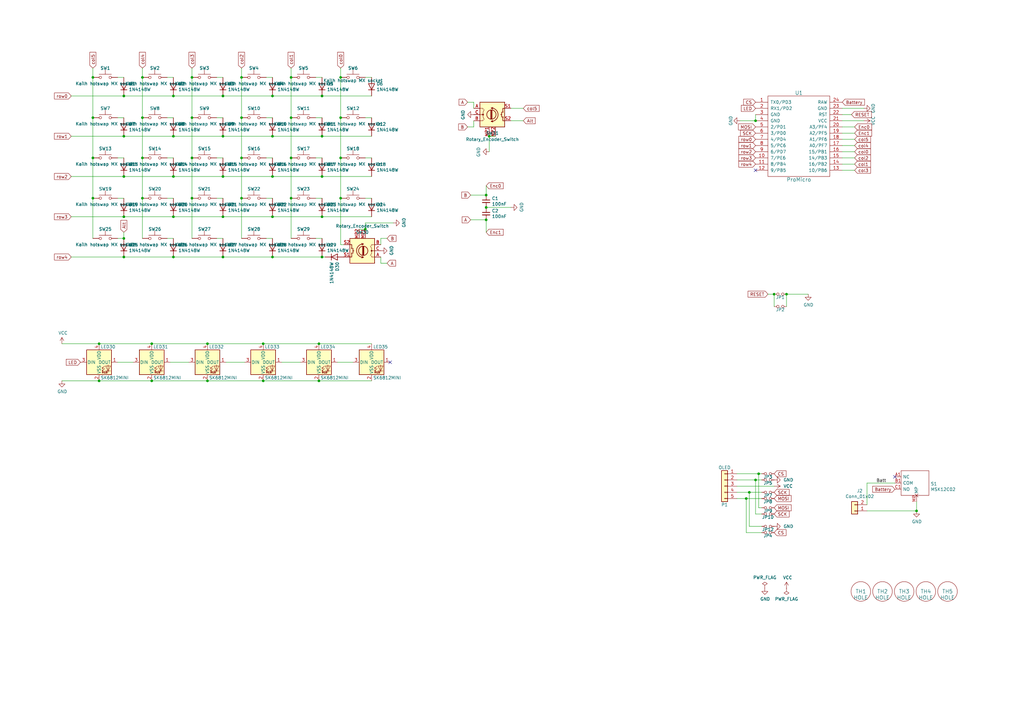
<source format=kicad_sch>
(kicad_sch (version 20211123) (generator eeschema)
  (paper "A3")
  (title_block (title "Lotus 58 Glow") (date "2022-09-14") (rev "v1.24") (company "Markus Knutsson <markus.knutsson@tweety.se>") (comment 1 "https://github.com/TweetyDaBird") (comment 2 "Licensed under CERN-OHL-S v2 or any superseding version"))
  (lib_symbols
    (symbol "Connector_Generic:Conn_01x02" (pin_names (offset 1.016) hide)
      (property "Reference" "J" (at 0 2.54 0))
      (property "Value" "Conn_01x02" (at 0 -5.08 0))
      (symbol "Conn_01x02_1_1"
        (pin passive line (at -5.08 0 0) (length 3.81) (name "Pin_1") (number "1"))
        (pin passive line (at -5.08 -2.54 0) (length 3.81) (name "Pin_2") (number "2"))
      )
    )
    (symbol "Connector_Generic:Conn_01x05" (pin_names (offset 1.016) hide)
      (property "Reference" "J" (at 0 7.62 0))
      (property "Value" "Conn_01x05" (at 0 -7.62 0))
      (symbol "Conn_01x05_1_1"
        (pin passive line (at -5.08 5.08 0) (length 3.81) (name "Pin_1") (number "1"))
        (pin passive line (at -5.08 2.54 0) (length 3.81) (name "Pin_2") (number "2"))
        (pin passive line (at -5.08 0 0) (length 3.81) (name "Pin_3") (number "3"))
        (pin passive line (at -5.08 -2.54 0) (length 3.81) (name "Pin_4") (number "4"))
        (pin passive line (at -5.08 -5.08 0) (length 3.81) (name "Pin_5") (number "5"))
      )
    )
    (symbol "Device:C_Small" (pin_numbers hide) (pin_names (offset 0.254) hide)
      (property "Reference" "C" (at 0.254 1.778 0))
      (property "Value" "C_Small" (at 0.254 -2.032 0))
      (symbol "C_Small_1_1"
        (pin passive line (at 0 2.54 270) (length 2.032) (name "~") (number "1"))
        (pin passive line (at 0 -2.54 90) (length 2.032) (name "~") (number "2"))
      )
    )
    (symbol "Device:D" (pin_numbers hide) (pin_names (offset 1.016) hide)
      (property "Reference" "D" (at 0 2.54 0))
      (property "Value" "D" (at 0 -2.54 0))
      (symbol "D_1_1"
        (pin passive line (at -3.81 0 0) (length 2.54) (name "K") (number "1"))
        (pin passive line (at 3.81 0 180) (length 2.54) (name "A") (number "2"))
      )
    )
    (symbol "Device:Jumper_NO_Small" (pin_numbers hide) (pin_names (offset 0.762) hide)
      (property "Reference" "JP" (at 0 2.032 0))
      (property "Value" "Jumper_NO_Small" (at 0.254 -1.524 0))
      (symbol "Jumper_NO_Small_0_1"
        (pin passive line (at -2.54 0 0) (length 1.016) (name "1") (number "1"))
        (pin passive line (at 2.54 0 180) (length 1.016) (name "2") (number "2"))
      )
    )
    (symbol "Keyboard_Library:MSK12C02" (pin_names (offset 0.762))
      (property "Reference" "S" (at -6.35 7.62 0))
      (property "Value" "MSK12C02" (at -1.27 7.62 0))
      (symbol "MSK12C02_0_0"
        (pin passive line (at -7.62 3.81 0) (length 2.54) (name "NC") (number "A1"))
        (pin passive line (at -7.62 1.27 0) (length 2.54) (name "COM") (number "B1"))
        (pin passive line (at -7.62 -1.27 0) (length 2.54) (name "NO") (number "C1"))
        (pin passive non_logic (at 1.27 -6.35 90) (length 2.54) (name "MP") (number "MP"))
      )
    )
    (symbol "Keyboard_Library:Rotary_Encoder_Switch_GND" (pin_names (offset 0.254) hide)
      (property "Reference" "SW" (at 0 6.604 0))
      (property "Value" "Rotary_Encoder_Switch_GND" (at 0 8.89 0))
      (symbol "Rotary_Encoder_Switch_GND_1_1"
        (pin passive line (at -7.62 2.54 0) (length 2.54) (name "A") (number "A"))
        (pin passive line (at -7.62 -2.54 0) (length 2.54) (name "B") (number "B"))
        (pin passive line (at -7.62 0 0) (length 2.54) (name "C") (number "C"))
        (pin power_in line (at -1.27 -8.89 90) (length 3.7084) (name "GND") (number "MP1"))
        (pin power_in line (at 1.27 -8.89 90) (length 3.7592) (name "GND") (number "MP2"))
        (pin passive line (at 7.62 2.54 180) (length 2.54) (name "S1") (number "S1"))
        (pin passive line (at 7.62 -2.54 180) (length 2.54) (name "S2") (number "S2"))
      )
    )
    (symbol "LED:SK6812MINI" (pin_names (offset 0.254))
      (property "Reference" "D" (at 5.08 5.715 0))
      (property "Value" "SK6812MINI" (at 1.27 -5.715 0))
      (symbol "SK6812MINI_0_0"
        (text "RGB" (at 2.286 -4.191 0) (effects (font (size 0.762 0.762))))
      )
      (symbol "SK6812MINI_1_1"
        (pin output line (at 7.62 0 180) (length 2.54) (name "DOUT") (number "1"))
        (pin power_in line (at 0 -7.62 90) (length 2.54) (name "VSS") (number "2"))
        (pin input line (at -7.62 0 0) (length 2.54) (name "DIN") (number "3"))
        (pin power_in line (at 0 7.62 270) (length 2.54) (name "VDD") (number "4"))
      )
    )
    (symbol "Switch:SW_Push" (pin_numbers hide) (pin_names (offset 1.016) hide)
      (property "Reference" "SW" (at 1.27 2.54 0))
      (property "Value" "SW_Push" (at 0 -1.524 0))
      (symbol "SW_Push_0_1"
        (pin passive line (at -5.08 0 0) (length 2.54) (name "1") (number "1"))
        (pin passive line (at 5.08 0 180) (length 2.54) (name "2") (number "2"))
      )
    )
    (symbol "keebio:Hole" (pin_names (offset 1.016))
      (property "Reference" "H" (at 0 -1.27 0))
      (property "Value" "Hole" (at 0 1.27 0))
    )
    (symbol "keebio:ProMicro" (pin_names (offset 1.016))
      (property "Reference" "U" (at 0 0 0))
      (property "Value" "ProMicro" (at 0 -19.05 0))
      (symbol "ProMicro_1_1"
        (pin input line (at -17.78 13.97 0) (length 5.08) (name "TX0/PD3") (number "1"))
        (pin input line (at -17.78 -8.89 0) (length 5.08) (name "7/PE6") (number "10"))
        (pin input line (at -17.78 -11.43 0) (length 5.08) (name "8/PB4") (number "11"))
        (pin input line (at -17.78 -13.97 0) (length 5.08) (name "9/PB5") (number "12"))
        (pin input line (at 17.78 -13.97 180) (length 5.08) (name "10/PB6") (number "13"))
        (pin input line (at 17.78 -11.43 180) (length 5.08) (name "16/PB2") (number "14"))
        (pin input line (at 17.78 -8.89 180) (length 5.08) (name "14/PB3") (number "15"))
        (pin input line (at 17.78 -6.35 180) (length 5.08) (name "15/PB1") (number "16"))
        (pin input line (at 17.78 -3.81 180) (length 5.08) (name "A0/PF7") (number "17"))
        (pin input line (at 17.78 -1.27 180) (length 5.08) (name "A1/PF6") (number "18"))
        (pin input line (at 17.78 1.27 180) (length 5.08) (name "A2/PF5") (number "19"))
        (pin input line (at -17.78 11.43 0) (length 5.08) (name "RX1/PD2") (number "2"))
        (pin input line (at 17.78 3.81 180) (length 5.08) (name "A3/PF4") (number "20"))
        (pin input line (at 17.78 6.35 180) (length 5.08) (name "VCC") (number "21"))
        (pin input line (at 17.78 8.89 180) (length 5.08) (name "RST") (number "22"))
        (pin input line (at 17.78 11.43 180) (length 5.08) (name "GND") (number "23"))
        (pin input line (at 17.78 13.97 180) (length 5.08) (name "RAW") (number "24"))
        (pin input line (at -17.78 8.89 0) (length 5.08) (name "GND") (number "3"))
        (pin input line (at -17.78 6.35 0) (length 5.08) (name "GND") (number "4"))
        (pin input line (at -17.78 3.81 0) (length 5.08) (name "2/PD1") (number "5"))
        (pin input line (at -17.78 1.27 0) (length 5.08) (name "3/PD0") (number "6"))
        (pin input line (at -17.78 -1.27 0) (length 5.08) (name "4/PD4") (number "7"))
        (pin input line (at -17.78 -3.81 0) (length 5.08) (name "5/PC6") (number "8"))
        (pin input line (at -17.78 -6.35 0) (length 5.08) (name "6/PD7") (number "9"))
      )
    )
    (symbol "power:GND" (power) (pin_names (offset 0))
      (property "Value" "GND" (at 0 -3.81 0))
      (symbol "GND_1_1"
        (pin power_in line (at 0 0 270) (length 0) hide (name "GND") (number "1"))
      )
    )
    (symbol "power:PWR_FLAG" (power) (pin_numbers hide) (pin_names (offset 0) hide)
      (property "Value" "PWR_FLAG" (at 0 3.81 0))
      (symbol "PWR_FLAG_0_0"
        (pin power_out line (at 0 0 90) (length 0) (name "pwr") (number "1"))
      )
    )
    (symbol "power:VCC" (power) (pin_names (offset 0))
      (property "Value" "VCC" (at 0 3.81 0))
      (symbol "VCC_1_1"
        (pin power_in line (at 0 0 90) (length 0) hide (name "VCC") (number "1"))
      )
    )
  )
  (junction (at 119.38 48.26))
  (junction (at 50.8 97.79))
  (junction (at 132.08 88.9))
  (junction (at 85.09 140.97))
  (junction (at 130.81 140.97))
  (junction (at 91.44 105.41))
  (junction (at 139.7 48.26))
  (junction (at 58.42 81.28))
  (junction (at 78.74 81.28))
  (junction (at 199.39 90.17))
  (junction (at 111.76 55.88))
  (junction (at 132.08 55.88))
  (junction (at 85.09 156.21))
  (junction (at 50.8 105.41))
  (junction (at 199.39 85.09))
  (junction (at 111.76 39.37))
  (junction (at 111.76 72.39))
  (junction (at 200.66 55.88))
  (junction (at 119.38 31.75))
  (junction (at 58.42 48.26))
  (junction (at 99.06 31.75))
  (junction (at 71.12 72.39))
  (junction (at 38.1 48.26))
  (junction (at 50.8 39.37))
  (junction (at 58.42 31.75))
  (junction (at 149.86 93.98))
  (junction (at 50.8 72.39))
  (junction (at 139.7 64.77))
  (junction (at 71.12 55.88))
  (junction (at 99.06 81.28))
  (junction (at 71.12 39.37))
  (junction (at 50.8 88.9))
  (junction (at 107.95 156.21))
  (junction (at 58.42 64.77))
  (junction (at 38.1 31.75))
  (junction (at 50.8 55.88))
  (junction (at 111.76 105.41))
  (junction (at 311.15 194.31))
  (junction (at 91.44 55.88))
  (junction (at 317.5 120.65))
  (junction (at 38.1 64.77))
  (junction (at 375.92 209.55))
  (junction (at 71.12 105.41))
  (junction (at 78.74 64.77))
  (junction (at 111.76 88.9))
  (junction (at 199.39 80.01))
  (junction (at 306.07 204.47))
  (junction (at 91.44 39.37))
  (junction (at 132.08 72.39))
  (junction (at 132.08 39.37))
  (junction (at 119.38 64.77))
  (junction (at 132.08 105.41))
  (junction (at 322.58 120.65))
  (junction (at 309.88 49.53))
  (junction (at 78.74 31.75))
  (junction (at 99.06 64.77))
  (junction (at 78.74 48.26))
  (junction (at 99.06 48.26))
  (junction (at 307.34 201.93))
  (junction (at 91.44 72.39))
  (junction (at 40.64 140.97))
  (junction (at 130.81 156.21))
  (junction (at 139.7 31.75))
  (junction (at 91.44 88.9))
  (junction (at 309.88 196.85))
  (junction (at 139.7 81.28))
  (junction (at 62.23 156.21))
  (junction (at 107.95 140.97))
  (junction (at 62.23 140.97))
  (junction (at 38.1 81.28))
  (junction (at 71.12 88.9))
  (junction (at 119.38 81.28))
  (junction (at 40.64 156.21))
  (no_connect (at 160.02 148.59))
  (no_connect (at 367.03 195.58))
  (no_connect (at 309.88 69.85))
  (wire (pts (xy 107.95 156.21) (xy 130.81 156.21)))
  (wire (pts (xy 345.44 59.69) (xy 350.52 59.69)))
  (wire (pts (xy 302.26 194.31) (xy 311.15 194.31)))
  (wire (pts (xy 25.4 156.21) (xy 40.64 156.21)))
  (wire (pts (xy 132.08 48.26) (xy 129.54 48.26)))
  (wire (pts (xy 199.39 80.01) (xy 199.39 76.2)))
  (wire (pts (xy 109.22 31.75) (xy 111.76 31.75)))
  (wire (pts (xy 307.34 201.93) (xy 312.42 201.93)))
  (wire (pts (xy 68.58 64.77) (xy 71.12 64.77)))
  (wire (pts (xy 209.55 49.53) (xy 214.63 49.53)))
  (wire (pts (xy 130.81 140.97) (xy 152.4 140.97)))
  (wire (pts (xy 29.21 105.41) (xy 50.8 105.41)))
  (wire (pts (xy 68.58 31.75) (xy 71.12 31.75)))
  (wire (pts (xy 367.03 198.12) (xy 355.6 198.12)))
  (wire (pts (xy 50.8 81.28) (xy 48.26 81.28)))
  (wire (pts (xy 193.04 80.01) (xy 199.39 80.01)))
  (wire (pts (xy 91.44 97.79) (xy 88.9 97.79)))
  (wire (pts (xy 25.4 140.97) (xy 40.64 140.97)))
  (wire (pts (xy 132.08 55.88) (xy 152.4 55.88)))
  (wire (pts (xy 309.88 196.85) (xy 312.42 196.85)))
  (wire (pts (xy 78.74 48.26) (xy 78.74 64.77)))
  (wire (pts (xy 38.1 27.94) (xy 38.1 31.75)))
  (wire (pts (xy 88.9 31.75) (xy 91.44 31.75)))
  (wire (pts (xy 132.08 105.41) (xy 133.35 105.41)))
  (wire (pts (xy 99.06 31.75) (xy 99.06 48.26)))
  (wire (pts (xy 99.06 27.94) (xy 99.06 31.75)))
  (wire (pts (xy 355.6 198.12) (xy 355.6 207.01)))
  (wire (pts (xy 78.74 64.77) (xy 78.74 81.28)))
  (wire (pts (xy 29.21 55.88) (xy 50.8 55.88)))
  (wire (pts (xy 50.8 55.88) (xy 71.12 55.88)))
  (wire (pts (xy 48.26 64.77) (xy 50.8 64.77)))
  (wire (pts (xy 78.74 31.75) (xy 78.74 48.26)))
  (wire (pts (xy 309.88 49.53) (xy 303.53 49.53)))
  (wire (pts (xy 115.57 148.59) (xy 123.19 148.59)))
  (wire (pts (xy 306.07 218.44) (xy 306.07 204.47)))
  (wire (pts (xy 302.26 199.39) (xy 317.5 199.39)))
  (wire (pts (xy 71.12 105.41) (xy 91.44 105.41)))
  (wire (pts (xy 345.44 52.07) (xy 350.52 52.07)))
  (wire (pts (xy 111.76 64.77) (xy 109.22 64.77)))
  (wire (pts (xy 50.8 95.25) (xy 50.8 97.79)))
  (wire (pts (xy 307.34 215.9) (xy 307.34 201.93)))
  (wire (pts (xy 149.86 64.77) (xy 152.4 64.77)))
  (wire (pts (xy 78.74 81.28) (xy 78.74 97.79)))
  (wire (pts (xy 158.75 107.95) (xy 156.21 107.95)))
  (wire (pts (xy 200.66 62.23) (xy 200.66 55.88)))
  (wire (pts (xy 309.88 196.85) (xy 309.88 210.82)))
  (wire (pts (xy 312.42 218.44) (xy 306.07 218.44)))
  (wire (pts (xy 71.12 72.39) (xy 91.44 72.39)))
  (wire (pts (xy 50.8 88.9) (xy 71.12 88.9)))
  (wire (pts (xy 309.88 46.99) (xy 309.88 49.53)))
  (wire (pts (xy 99.06 64.77) (xy 99.06 81.28)))
  (wire (pts (xy 156.21 107.95) (xy 156.21 105.41)))
  (wire (pts (xy 199.39 95.25) (xy 199.39 90.17)))
  (wire (pts (xy 209.55 44.45) (xy 214.63 44.45)))
  (wire (pts (xy 130.81 156.21) (xy 152.4 156.21)))
  (wire (pts (xy 119.38 81.28) (xy 119.38 97.79)))
  (wire (pts (xy 85.09 156.21) (xy 107.95 156.21)))
  (wire (pts (xy 191.77 52.07) (xy 194.31 52.07)))
  (wire (pts (xy 161.29 91.44) (xy 149.86 91.44)))
  (wire (pts (xy 78.74 27.94) (xy 78.74 31.75)))
  (wire (pts (xy 345.44 49.53) (xy 354.33 49.53)))
  (wire (pts (xy 71.12 55.88) (xy 91.44 55.88)))
  (wire (pts (xy 119.38 31.75) (xy 119.38 48.26)))
  (wire (pts (xy 99.06 48.26) (xy 99.06 64.77)))
  (wire (pts (xy 85.09 140.97) (xy 107.95 140.97)))
  (wire (pts (xy 92.71 148.59) (xy 100.33 148.59)))
  (wire (pts (xy 149.86 81.28) (xy 152.4 81.28)))
  (wire (pts (xy 62.23 156.21) (xy 85.09 156.21)))
  (wire (pts (xy 139.7 31.75) (xy 139.7 48.26)))
  (wire (pts (xy 69.85 148.59) (xy 77.47 148.59)))
  (wire (pts (xy 345.44 54.61) (xy 350.52 54.61)))
  (wire (pts (xy 109.22 81.28) (xy 111.76 81.28)))
  (wire (pts (xy 119.38 48.26) (xy 119.38 64.77)))
  (wire (pts (xy 71.12 48.26) (xy 68.58 48.26)))
  (wire (pts (xy 345.44 44.45) (xy 354.33 44.45)))
  (wire (pts (xy 91.44 88.9) (xy 111.76 88.9)))
  (wire (pts (xy 317.5 120.65) (xy 317.5 125.73)))
  (wire (pts (xy 119.38 64.77) (xy 119.38 81.28)))
  (wire (pts (xy 58.42 27.94) (xy 58.42 31.75)))
  (wire (pts (xy 200.66 55.88) (xy 203.2 55.88)))
  (wire (pts (xy 99.06 81.28) (xy 99.06 97.79)))
  (wire (pts (xy 147.32 93.98) (xy 149.86 93.98)))
  (wire (pts (xy 307.34 201.93) (xy 302.26 201.93)))
  (wire (pts (xy 306.07 204.47) (xy 302.26 204.47)))
  (wire (pts (xy 48.26 148.59) (xy 54.61 148.59)))
  (wire (pts (xy 29.21 88.9) (xy 50.8 88.9)))
  (wire (pts (xy 132.08 97.79) (xy 129.54 97.79)))
  (wire (pts (xy 88.9 48.26) (xy 91.44 48.26)))
  (wire (pts (xy 111.76 97.79) (xy 109.22 97.79)))
  (wire (pts (xy 149.86 31.75) (xy 152.4 31.75)))
  (wire (pts (xy 311.15 194.31) (xy 311.15 208.28)))
  (wire (pts (xy 345.44 62.23) (xy 350.52 62.23)))
  (wire (pts (xy 107.95 140.97) (xy 130.81 140.97)))
  (wire (pts (xy 191.77 41.91) (xy 194.31 41.91)))
  (wire (pts (xy 193.04 90.17) (xy 199.39 90.17)))
  (wire (pts (xy 199.39 85.09) (xy 209.55 85.09)))
  (wire (pts (xy 345.44 67.31) (xy 350.52 67.31)))
  (wire (pts (xy 314.96 120.65) (xy 317.5 120.65)))
  (wire (pts (xy 194.31 52.07) (xy 194.31 49.53)))
  (wire (pts (xy 50.8 105.41) (xy 71.12 105.41)))
  (wire (pts (xy 132.08 31.75) (xy 129.54 31.75)))
  (wire (pts (xy 306.07 204.47) (xy 312.42 204.47)))
  (wire (pts (xy 91.44 81.28) (xy 88.9 81.28)))
  (wire (pts (xy 111.76 55.88) (xy 132.08 55.88)))
  (wire (pts (xy 375.92 209.55) (xy 375.92 205.74)))
  (wire (pts (xy 132.08 72.39) (xy 152.4 72.39)))
  (wire (pts (xy 345.44 69.85) (xy 350.52 69.85)))
  (wire (pts (xy 29.21 39.37) (xy 50.8 39.37)))
  (wire (pts (xy 149.86 91.44) (xy 149.86 93.98)))
  (wire (pts (xy 139.7 64.77) (xy 139.7 81.28)))
  (wire (pts (xy 322.58 120.65) (xy 322.58 125.73)))
  (wire (pts (xy 152.4 48.26) (xy 149.86 48.26)))
  (wire (pts (xy 91.44 105.41) (xy 111.76 105.41)))
  (wire (pts (xy 111.76 72.39) (xy 132.08 72.39)))
  (wire (pts (xy 345.44 46.99) (xy 349.25 46.99)))
  (wire (pts (xy 62.23 140.97) (xy 85.09 140.97)))
  (wire (pts (xy 91.44 72.39) (xy 111.76 72.39)))
  (wire (pts (xy 91.44 39.37) (xy 111.76 39.37)))
  (wire (pts (xy 58.42 81.28) (xy 58.42 97.79)))
  (wire (pts (xy 158.75 97.79) (xy 156.21 97.79)))
  (wire (pts (xy 331.47 120.65) (xy 322.58 120.65)))
  (wire (pts (xy 71.12 39.37) (xy 91.44 39.37)))
  (wire (pts (xy 38.1 48.26) (xy 38.1 64.77)))
  (wire (pts (xy 38.1 81.28) (xy 38.1 97.79)))
  (wire (pts (xy 119.38 27.94) (xy 119.38 31.75)))
  (wire (pts (xy 139.7 48.26) (xy 139.7 64.77)))
  (wire (pts (xy 139.7 27.94) (xy 139.7 31.75)))
  (wire (pts (xy 139.7 81.28) (xy 139.7 100.33)))
  (wire (pts (xy 132.08 39.37) (xy 152.4 39.37)))
  (wire (pts (xy 50.8 39.37) (xy 71.12 39.37)))
  (wire (pts (xy 132.08 88.9) (xy 152.4 88.9)))
  (wire (pts (xy 71.12 88.9) (xy 91.44 88.9)))
  (wire (pts (xy 71.12 81.28) (xy 68.58 81.28)))
  (wire (pts (xy 40.64 156.21) (xy 62.23 156.21)))
  (wire (pts (xy 307.34 215.9) (xy 312.42 215.9)))
  (wire (pts (xy 58.42 64.77) (xy 58.42 81.28)))
  (wire (pts (xy 156.21 97.79) (xy 156.21 100.33)))
  (wire (pts (xy 132.08 64.77) (xy 129.54 64.77)))
  (wire (pts (xy 139.7 100.33) (xy 140.97 100.33)))
  (wire (pts (xy 71.12 97.79) (xy 68.58 97.79)))
  (wire (pts (xy 50.8 48.26) (xy 48.26 48.26)))
  (wire (pts (xy 345.44 64.77) (xy 350.52 64.77)))
  (wire (pts (xy 312.42 208.28) (xy 311.15 208.28)))
  (wire (pts (xy 111.76 48.26) (xy 109.22 48.26)))
  (wire (pts (xy 88.9 64.77) (xy 91.44 64.77)))
  (wire (pts (xy 138.43 148.59) (xy 144.78 148.59)))
  (wire (pts (xy 50.8 31.75) (xy 48.26 31.75)))
  (wire (pts (xy 111.76 105.41) (xy 132.08 105.41)))
  (wire (pts (xy 50.8 72.39) (xy 71.12 72.39)))
  (wire (pts (xy 132.08 81.28) (xy 129.54 81.28)))
  (wire (pts (xy 111.76 88.9) (xy 132.08 88.9)))
  (wire (pts (xy 302.26 196.85) (xy 309.88 196.85)))
  (wire (pts (xy 58.42 31.75) (xy 58.42 48.26)))
  (wire (pts (xy 29.21 72.39) (xy 50.8 72.39)))
  (wire (pts (xy 355.6 209.55) (xy 375.92 209.55)))
  (wire (pts (xy 91.44 55.88) (xy 111.76 55.88)))
  (wire (pts (xy 194.31 41.91) (xy 194.31 44.45)))
  (wire (pts (xy 309.88 210.82) (xy 312.42 210.82)))
  (wire (pts (xy 345.44 57.15) (xy 350.52 57.15)))
  (wire (pts (xy 40.64 140.97) (xy 62.23 140.97)))
  (wire (pts (xy 48.26 97.79) (xy 50.8 97.79)))
  (wire (pts (xy 38.1 31.75) (xy 38.1 48.26)))
  (wire (pts (xy 111.76 39.37) (xy 132.08 39.37)))
  (wire (pts (xy 58.42 48.26) (xy 58.42 64.77)))
  (wire (pts (xy 38.1 64.77) (xy 38.1 81.28)))
  (wire (pts (xy 311.15 194.31) (xy 312.42 194.31)))
  (label "Batt" (at 359.41 198.12 0))
  (global_label "A" (shape input) (at 193.04 90.17 180) (property "Intersheet References" "${INTERSHEET_REFS}" (effects hide)))
  (global_label "Alt" (shape input) (at 50.8 95.25 90) (property "Intersheet References" "${INTERSHEET_REFS}" (effects hide)))
  (global_label "col2" (shape input) (at 350.52 64.77 0) (property "Intersheet References" "${INTERSHEET_REFS}" (effects hide)))
  (global_label "CS" (shape input) (at 309.88 41.91 180) (property "Intersheet References" "${INTERSHEET_REFS}" (effects hide)))
  (global_label "RESET" (shape input) (at 314.96 120.65 180) (property "Intersheet References" "${INTERSHEET_REFS}" (effects hide)))
  (global_label "row2" (shape input) (at 309.88 62.23 180) (property "Intersheet References" "${INTERSHEET_REFS}" (effects hide)))
  (global_label "RESET" (shape input) (at 349.25 46.99 0) (property "Intersheet References" "${INTERSHEET_REFS}" (effects hide)))
  (global_label "col4" (shape input) (at 58.42 27.94 90) (property "Intersheet References" "${INTERSHEET_REFS}" (effects hide)))
  (global_label "row1" (shape input) (at 309.88 59.69 180) (property "Intersheet References" "${INTERSHEET_REFS}" (effects hide)))
  (global_label "Battery" (shape input) (at 345.44 41.91 0) (property "Intersheet References" "${INTERSHEET_REFS}" (effects hide)))
  (global_label "LED" (shape input) (at 33.02 148.59 180) (property "Intersheet References" "${INTERSHEET_REFS}" (effects hide)))
  (global_label "Enc1" (shape input) (at 199.39 95.25 0) (property "Intersheet References" "${INTERSHEET_REFS}" (effects hide)))
  (global_label "row3" (shape input) (at 29.21 88.9 180) (property "Intersheet References" "${INTERSHEET_REFS}" (effects hide)))
  (global_label "MOSI" (shape input) (at 317.5 208.28 0) (property "Intersheet References" "${INTERSHEET_REFS}" (effects hide)))
  (global_label "row3" (shape input) (at 309.88 64.77 180) (property "Intersheet References" "${INTERSHEET_REFS}" (effects hide)))
  (global_label "SCK" (shape input) (at 309.88 54.61 180) (property "Intersheet References" "${INTERSHEET_REFS}" (effects hide)))
  (global_label "MOSI" (shape input) (at 317.5 204.47 0) (property "Intersheet References" "${INTERSHEET_REFS}" (effects hide)))
  (global_label "Enc0" (shape input) (at 350.52 52.07 0) (property "Intersheet References" "${INTERSHEET_REFS}" (effects hide)))
  (global_label "col4" (shape input) (at 350.52 59.69 0) (property "Intersheet References" "${INTERSHEET_REFS}" (effects hide)))
  (global_label "row1" (shape input) (at 29.21 55.88 180) (property "Intersheet References" "${INTERSHEET_REFS}" (effects hide)))
  (global_label "SCK" (shape input) (at 317.5 210.82 0) (property "Intersheet References" "${INTERSHEET_REFS}" (effects hide)))
  (global_label "row2" (shape input) (at 29.21 72.39 180) (property "Intersheet References" "${INTERSHEET_REFS}" (effects hide)))
  (global_label "A" (shape input) (at 191.77 41.91 180) (property "Intersheet References" "${INTERSHEET_REFS}" (effects hide)))
  (global_label "col5" (shape input) (at 214.63 44.45 0) (property "Intersheet References" "${INTERSHEET_REFS}" (effects hide)))
  (global_label "col5" (shape input) (at 38.1 27.94 90) (property "Intersheet References" "${INTERSHEET_REFS}" (effects hide)))
  (global_label "col0" (shape input) (at 350.52 62.23 0) (property "Intersheet References" "${INTERSHEET_REFS}" (effects hide)))
  (global_label "col3" (shape input) (at 78.74 27.94 90) (property "Intersheet References" "${INTERSHEET_REFS}" (effects hide)))
  (global_label "Battery" (shape input) (at 367.03 200.66 180) (property "Intersheet References" "${INTERSHEET_REFS}" (effects hide)))
  (global_label "LED" (shape input) (at 309.88 44.45 180) (property "Intersheet References" "${INTERSHEET_REFS}" (effects hide)))
  (global_label "SCK" (shape input) (at 317.5 201.93 0) (property "Intersheet References" "${INTERSHEET_REFS}" (effects hide)))
  (global_label "A" (shape input) (at 158.75 107.95 0) (property "Intersheet References" "${INTERSHEET_REFS}" (effects hide)))
  (global_label "row0" (shape input) (at 29.21 39.37 180) (property "Intersheet References" "${INTERSHEET_REFS}" (effects hide)))
  (global_label "MOSI" (shape input) (at 309.88 52.07 180) (property "Intersheet References" "${INTERSHEET_REFS}" (effects hide)))
  (global_label "CS" (shape input) (at 317.5 194.31 0) (property "Intersheet References" "${INTERSHEET_REFS}" (effects hide)))
  (global_label "Alt" (shape input) (at 214.63 49.53 0) (property "Intersheet References" "${INTERSHEET_REFS}" (effects hide)))
  (global_label "B" (shape input) (at 193.04 80.01 180) (property "Intersheet References" "${INTERSHEET_REFS}" (effects hide)))
  (global_label "col5" (shape input) (at 350.52 57.15 0) (property "Intersheet References" "${INTERSHEET_REFS}" (effects hide)))
  (global_label "Enc0" (shape input) (at 199.39 76.2 0) (property "Intersheet References" "${INTERSHEET_REFS}" (effects hide)))
  (global_label "row4" (shape input) (at 29.21 105.41 180) (property "Intersheet References" "${INTERSHEET_REFS}" (effects hide)))
  (global_label "row0" (shape input) (at 309.88 57.15 180) (property "Intersheet References" "${INTERSHEET_REFS}" (effects hide)))
  (global_label "B" (shape input) (at 191.77 52.07 180) (property "Intersheet References" "${INTERSHEET_REFS}" (effects hide)))
  (global_label "B" (shape input) (at 158.75 97.79 0) (property "Intersheet References" "${INTERSHEET_REFS}" (effects hide)))
  (global_label "col1" (shape input) (at 350.52 67.31 0) (property "Intersheet References" "${INTERSHEET_REFS}" (effects hide)))
  (global_label "col1" (shape input) (at 119.38 27.94 90) (property "Intersheet References" "${INTERSHEET_REFS}" (effects hide)))
  (global_label "col0" (shape input) (at 139.7 27.94 90) (property "Intersheet References" "${INTERSHEET_REFS}" (effects hide)))
  (global_label "col2" (shape input) (at 99.06 27.94 90) (property "Intersheet References" "${INTERSHEET_REFS}" (effects hide)))
  (global_label "CS" (shape input) (at 317.5 218.44 0) (property "Intersheet References" "${INTERSHEET_REFS}" (effects hide)))
  (global_label "row4" (shape input) (at 309.88 67.31 180) (property "Intersheet References" "${INTERSHEET_REFS}" (effects hide)))
  (global_label "Enc1" (shape input) (at 350.52 54.61 0) (property "Intersheet References" "${INTERSHEET_REFS}" (effects hide)))
  (global_label "col3" (shape input) (at 350.52 69.85 0) (property "Intersheet References" "${INTERSHEET_REFS}" (effects hide)))
  (symbol (lib_id "keebio:ProMicro") (at 327.66 55.88 0) (unit 1)
    (property "Reference" "U1" (at 327.66 38.1 0) (effects (font (size 1.524 1.524))))
    (property "Value" "ProMicro" (at 327.66 73.66 0) (effects (font (size 1.524 1.524))))
    (property "Footprint" "Keyboard Library:ProMicro_Reversible" (effects hide))
  )
  (symbol (lib_id "Switch:SW_Push") (at 43.18 97.79 0) (unit 1)
    (property "Reference" "SW25" (at 43.18 93.98 0))
    (property "Value" "Kailh hotswap MX socket" (at 43.18 100.33 0))
    (property "Footprint" "keyswitches:Kailh_socket_MX_reversible_RGB" (effects hide))
  )
  (symbol (lib_id "Switch:SW_Push") (at 63.5 97.79 0) (unit 1)
    (property "Reference" "SW26" (at 63.5 93.98 0))
    (property "Value" "Kailh hotswap MX socket" (at 63.5 100.33 0))
    (property "Footprint" "keyswitches:Kailh_socket_MX_reversible_RGB" (effects hide))
  )
  (symbol (lib_id "Switch:SW_Push") (at 43.18 31.75 0) (unit 1)
    (property "Reference" "SW1" (at 43.18 27.94 0))
    (property "Value" "Kailh hotswap MX socket" (at 43.18 34.29 0))
    (property "Footprint" "keyswitches:Kailh_socket_MX_reversible_RGB" (effects hide))
  )
  (symbol (lib_id "Device:D") (at 50.8 35.56 90) (unit 1)
    (property "Reference" "D1" (at 52.8066 34.3916 90) (effects (justify right)))
    (property "Value" "1N4148W" (at 52.8066 36.703 90) (effects (justify right)))
    (property "Footprint" "Diode_SMD:D_SOD-123" (effects hide))
  )
  (symbol (lib_id "Switch:SW_Push") (at 63.5 31.75 0) (unit 1)
    (property "Reference" "SW2" (at 63.5 27.94 0))
    (property "Value" "Kailh hotswap MX socket" (at 63.5 34.29 0))
    (property "Footprint" "keyswitches:Kailh_socket_MX_reversible_RGB" (effects hide))
  )
  (symbol (lib_id "Device:D") (at 71.12 35.56 90) (unit 1)
    (property "Reference" "D2" (at 73.1266 34.3916 90) (effects (justify right)))
    (property "Value" "1N4148W" (at 73.1266 36.703 90) (effects (justify right)))
    (property "Footprint" "Diode_SMD:D_SOD-123" (effects hide))
  )
  (symbol (lib_id "Switch:SW_Push") (at 83.82 31.75 0) (unit 1)
    (property "Reference" "SW3" (at 83.82 27.94 0))
    (property "Value" "Kailh hotswap MX socket" (at 83.82 34.29 0))
    (property "Footprint" "keyswitches:Kailh_socket_MX_reversible_RGB" (effects hide))
  )
  (symbol (lib_id "Device:D") (at 91.44 35.56 90) (unit 1)
    (property "Reference" "D3" (at 93.4466 34.3916 90) (effects (justify right)))
    (property "Value" "1N4148W" (at 93.4466 36.703 90) (effects (justify right)))
    (property "Footprint" "Diode_SMD:D_SOD-123" (effects hide))
  )
  (symbol (lib_id "Switch:SW_Push") (at 104.14 31.75 0) (unit 1)
    (property "Reference" "SW4" (at 104.14 27.94 0))
    (property "Value" "Kailh hotswap MX socket" (at 104.14 34.29 0))
    (property "Footprint" "keyswitches:Kailh_socket_MX_reversible_RGB" (effects hide))
  )
  (symbol (lib_id "Device:D") (at 111.76 35.56 90) (unit 1)
    (property "Reference" "D4" (at 113.7666 34.3916 90) (effects (justify right)))
    (property "Value" "1N4148W" (at 113.7666 36.703 90) (effects (justify right)))
    (property "Footprint" "Diode_SMD:D_SOD-123" (effects hide))
  )
  (symbol (lib_id "Switch:SW_Push") (at 124.46 31.75 0) (unit 1)
    (property "Reference" "SW5" (at 124.46 27.94 0))
    (property "Value" "Kailh hotswap MX socket" (at 124.46 34.29 0))
    (property "Footprint" "keyswitches:Kailh_socket_MX_reversible_RGB" (effects hide))
  )
  (symbol (lib_id "Device:D") (at 132.08 35.56 90) (unit 1)
    (property "Reference" "D5" (at 134.0866 34.3916 90) (effects (justify right)))
    (property "Value" "1N4148W" (at 134.0866 36.703 90) (effects (justify right)))
    (property "Footprint" "Diode_SMD:D_SOD-123" (effects hide))
  )
  (symbol (lib_id "Switch:SW_Push") (at 144.78 31.75 0) (unit 1)
    (property "Reference" "SW6" (at 144.78 27.94 0))
    (property "Value" "Kailh hotswap MX socket" (at 144.78 33.02 0))
    (property "Footprint" "keyswitches:Kailh_socket_MX_reversible_RGB" (effects hide))
  )
  (symbol (lib_id "Device:D") (at 152.4 35.56 90) (unit 1)
    (property "Reference" "D6" (at 154.4066 34.3916 90) (effects (justify right)))
    (property "Value" "1N4148W" (at 154.4066 36.703 90) (effects (justify right)))
    (property "Footprint" "Diode_SMD:D_SOD-123" (effects hide))
  )
  (symbol (lib_id "Switch:SW_Push") (at 63.5 48.26 0) (unit 1)
    (property "Reference" "SW8" (at 63.5 44.45 0))
    (property "Value" "Kailh hotswap MX socket" (at 63.5 50.8 0))
    (property "Footprint" "keyswitches:Kailh_socket_MX_reversible_RGB" (effects hide))
  )
  (symbol (lib_id "Switch:SW_Push") (at 83.82 48.26 0) (unit 1)
    (property "Reference" "SW9" (at 83.82 44.45 0))
    (property "Value" "Kailh hotswap MX socket" (at 83.82 50.8 0))
    (property "Footprint" "keyswitches:Kailh_socket_MX_reversible_RGB" (effects hide))
  )
  (symbol (lib_id "Switch:SW_Push") (at 104.14 48.26 0) (unit 1)
    (property "Reference" "SW10" (at 104.14 44.45 0))
    (property "Value" "Kailh hotswap MX socket" (at 104.14 50.8 0))
    (property "Footprint" "keyswitches:Kailh_socket_MX_reversible_RGB" (effects hide))
  )
  (symbol (lib_id "Switch:SW_Push") (at 124.46 48.26 0) (unit 1)
    (property "Reference" "SW11" (at 124.46 44.45 0))
    (property "Value" "Kailh hotswap MX socket" (at 124.46 50.8 0))
    (property "Footprint" "keyswitches:Kailh_socket_MX_reversible_RGB" (effects hide))
  )
  (symbol (lib_id "Switch:SW_Push") (at 144.78 48.26 0) (unit 1)
    (property "Reference" "SW12" (at 144.78 44.45 0))
    (property "Value" "Kailh hotswap MX socket" (at 144.78 50.8 0))
    (property "Footprint" "keyswitches:Kailh_socket_MX_reversible_RGB" (effects hide))
  )
  (symbol (lib_id "Switch:SW_Push") (at 43.18 48.26 0) (unit 1)
    (property "Reference" "SW7" (at 43.18 44.45 0))
    (property "Value" "Kailh hotswap MX socket" (at 43.18 50.8 0))
    (property "Footprint" "keyswitches:Kailh_socket_MX_reversible_RGB" (effects hide))
  )
  (symbol (lib_id "Device:D") (at 50.8 52.07 90) (unit 1)
    (property "Reference" "D7" (at 52.8066 50.9016 90) (effects (justify right)))
    (property "Value" "1N4148W" (at 52.8066 53.213 90) (effects (justify right)))
    (property "Footprint" "Diode_SMD:D_SOD-123" (effects hide))
  )
  (symbol (lib_id "Device:D") (at 71.12 52.07 90) (unit 1)
    (property "Reference" "D8" (at 73.1266 50.9016 90) (effects (justify right)))
    (property "Value" "1N4148W" (at 73.1266 53.213 90) (effects (justify right)))
    (property "Footprint" "Diode_SMD:D_SOD-123" (effects hide))
  )
  (symbol (lib_id "Device:D") (at 91.44 52.07 90) (unit 1)
    (property "Reference" "D9" (at 93.4466 50.9016 90) (effects (justify right)))
    (property "Value" "1N4148W" (at 93.4466 53.213 90) (effects (justify right)))
    (property "Footprint" "Diode_SMD:D_SOD-123" (effects hide))
  )
  (symbol (lib_id "Device:D") (at 111.76 52.07 90) (unit 1)
    (property "Reference" "D10" (at 113.7666 50.9016 90) (effects (justify right)))
    (property "Value" "1N4148W" (at 113.7666 53.213 90) (effects (justify right)))
    (property "Footprint" "Diode_SMD:D_SOD-123" (effects hide))
  )
  (symbol (lib_id "Device:D") (at 132.08 52.07 90) (unit 1)
    (property "Reference" "D11" (at 134.0866 50.9016 90) (effects (justify right)))
    (property "Value" "1N4148W" (at 134.0866 53.213 90) (effects (justify right)))
    (property "Footprint" "Diode_SMD:D_SOD-123" (effects hide))
  )
  (symbol (lib_id "Device:D") (at 152.4 52.07 90) (unit 1)
    (property "Reference" "D12" (at 154.4066 50.9016 90) (effects (justify right)))
    (property "Value" "1N4148W" (at 154.4066 53.213 90) (effects (justify right)))
    (property "Footprint" "Diode_SMD:D_SOD-123" (effects hide))
  )
  (symbol (lib_id "Switch:SW_Push") (at 43.18 64.77 0) (unit 1)
    (property "Reference" "SW13" (at 43.18 60.96 0))
    (property "Value" "Kailh hotswap MX socket" (at 43.18 67.31 0))
    (property "Footprint" "keyswitches:Kailh_socket_MX_reversible_RGB" (effects hide))
  )
  (symbol (lib_id "Switch:SW_Push") (at 63.5 64.77 0) (unit 1)
    (property "Reference" "SW14" (at 63.5 60.96 0))
    (property "Value" "Kailh hotswap MX socket" (at 63.5 67.31 0))
    (property "Footprint" "keyswitches:Kailh_socket_MX_reversible_RGB" (effects hide))
  )
  (symbol (lib_id "Switch:SW_Push") (at 83.82 64.77 0) (unit 1)
    (property "Reference" "SW15" (at 83.82 60.96 0))
    (property "Value" "Kailh hotswap MX socket" (at 83.82 67.31 0))
    (property "Footprint" "keyswitches:Kailh_socket_MX_reversible_RGB" (effects hide))
  )
  (symbol (lib_id "Switch:SW_Push") (at 104.14 64.77 0) (unit 1)
    (property "Reference" "SW16" (at 104.14 60.96 0))
    (property "Value" "Kailh hotswap MX socket" (at 104.14 67.31 0))
    (property "Footprint" "keyswitches:Kailh_socket_MX_reversible_RGB" (effects hide))
  )
  (symbol (lib_id "Switch:SW_Push") (at 124.46 64.77 0) (unit 1)
    (property "Reference" "SW17" (at 124.46 60.96 0))
    (property "Value" "Kailh hotswap MX socket" (at 124.46 67.31 0))
    (property "Footprint" "keyswitches:Kailh_socket_MX_reversible_RGB" (effects hide))
  )
  (symbol (lib_id "Switch:SW_Push") (at 144.78 64.77 0) (unit 1)
    (property "Reference" "SW18" (at 144.78 60.96 0))
    (property "Value" "Kailh hotswap MX socket" (at 144.78 67.31 0))
    (property "Footprint" "keyswitches:Kailh_socket_MX_reversible_RGB" (effects hide))
  )
  (symbol (lib_id "Device:D") (at 50.8 68.58 90) (unit 1)
    (property "Reference" "D13" (at 52.8066 67.4116 90) (effects (justify right)))
    (property "Value" "1N4148W" (at 52.8066 69.723 90) (effects (justify right)))
    (property "Footprint" "Diode_SMD:D_SOD-123" (effects hide))
  )
  (symbol (lib_id "Device:D") (at 71.12 68.58 90) (unit 1)
    (property "Reference" "D14" (at 73.1266 67.4116 90) (effects (justify right)))
    (property "Value" "1N4148W" (at 73.1266 69.723 90) (effects (justify right)))
    (property "Footprint" "Diode_SMD:D_SOD-123" (effects hide))
  )
  (symbol (lib_id "Device:D") (at 91.44 68.58 90) (unit 1)
    (property "Reference" "D15" (at 93.4466 67.4116 90) (effects (justify right)))
    (property "Value" "1N4148W" (at 93.4466 69.723 90) (effects (justify right)))
    (property "Footprint" "Diode_SMD:D_SOD-123" (effects hide))
  )
  (symbol (lib_id "Device:D") (at 111.76 68.58 90) (unit 1)
    (property "Reference" "D16" (at 113.7666 67.4116 90) (effects (justify right)))
    (property "Value" "1N4148W" (at 113.7666 69.723 90) (effects (justify right)))
    (property "Footprint" "Diode_SMD:D_SOD-123" (effects hide))
  )
  (symbol (lib_id "Device:D") (at 132.08 68.58 90) (unit 1)
    (property "Reference" "D17" (at 134.0866 67.4116 90) (effects (justify right)))
    (property "Value" "1N4148W" (at 134.0866 69.723 90) (effects (justify right)))
    (property "Footprint" "Diode_SMD:D_SOD-123" (effects hide))
  )
  (symbol (lib_id "Device:D") (at 152.4 68.58 90) (unit 1)
    (property "Reference" "D18" (at 154.4066 67.4116 90) (effects (justify right)))
    (property "Value" "1N4148W" (at 154.4066 69.723 90) (effects (justify right)))
    (property "Footprint" "Diode_SMD:D_SOD-123" (effects hide))
  )
  (symbol (lib_id "Switch:SW_Push") (at 83.82 81.28 0) (unit 1)
    (property "Reference" "SW21" (at 83.82 77.47 0))
    (property "Value" "Kailh hotswap MX socket" (at 83.82 83.82 0))
    (property "Footprint" "keyswitches:Kailh_socket_MX_reversible_RGB" (effects hide))
  )
  (symbol (lib_id "Switch:SW_Push") (at 104.14 81.28 0) (unit 1)
    (property "Reference" "SW22" (at 104.14 77.47 0))
    (property "Value" "Kailh hotswap MX socket" (at 104.14 83.82 0))
    (property "Footprint" "keyswitches:Kailh_socket_MX_reversible_RGB" (effects hide))
  )
  (symbol (lib_id "Switch:SW_Push") (at 124.46 81.28 0) (unit 1)
    (property "Reference" "SW23" (at 124.46 77.47 0))
    (property "Value" "Kailh hotswap MX socket" (at 124.46 83.82 0))
    (property "Footprint" "keyswitches:Kailh_socket_MX_reversible_RGB" (effects hide))
  )
  (symbol (lib_id "Switch:SW_Push") (at 144.78 81.28 0) (unit 1)
    (property "Reference" "SW24" (at 144.78 77.47 0))
    (property "Value" "Kailh hotswap MX socket" (at 144.78 83.82 0))
    (property "Footprint" "keyswitches:Kailh_socket_MX_reversible_RGB" (effects hide))
  )
  (symbol (lib_id "Switch:SW_Push") (at 63.5 81.28 0) (unit 1)
    (property "Reference" "SW20" (at 63.5 77.47 0))
    (property "Value" "Kailh hotswap MX socket" (at 63.5 83.82 0))
    (property "Footprint" "keyswitches:Kailh_socket_MX_reversible_RGB" (effects hide))
  )
  (symbol (lib_id "Switch:SW_Push") (at 43.18 81.28 0) (unit 1)
    (property "Reference" "SW19" (at 43.18 77.47 0))
    (property "Value" "Kailh hotswap MX socket" (at 43.18 83.82 0))
    (property "Footprint" "keyswitches:Kailh_socket_MX_reversible_RGB" (effects hide))
  )
  (symbol (lib_id "Device:D") (at 50.8 85.09 90) (unit 1)
    (property "Reference" "D19" (at 52.8066 83.9216 90) (effects (justify right)))
    (property "Value" "1N4148W" (at 52.8066 86.233 90) (effects (justify right)))
    (property "Footprint" "Diode_SMD:D_SOD-123" (effects hide))
  )
  (symbol (lib_id "Device:D") (at 71.12 85.09 90) (unit 1)
    (property "Reference" "D20" (at 73.1266 83.9216 90) (effects (justify right)))
    (property "Value" "1N4148W" (at 73.1266 86.233 90) (effects (justify right)))
    (property "Footprint" "Diode_SMD:D_SOD-123" (effects hide))
  )
  (symbol (lib_id "Device:D") (at 91.44 85.09 90) (unit 1)
    (property "Reference" "D21" (at 93.4466 83.9216 90) (effects (justify right)))
    (property "Value" "1N4148W" (at 93.4466 86.233 90) (effects (justify right)))
    (property "Footprint" "Diode_SMD:D_SOD-123" (effects hide))
  )
  (symbol (lib_id "Device:D") (at 111.76 85.09 90) (unit 1)
    (property "Reference" "D22" (at 113.7666 83.9216 90) (effects (justify right)))
    (property "Value" "1N4148W" (at 113.7666 86.233 90) (effects (justify right)))
    (property "Footprint" "Diode_SMD:D_SOD-123" (effects hide))
  )
  (symbol (lib_id "Device:D") (at 132.08 85.09 90) (unit 1)
    (property "Reference" "D23" (at 134.0866 83.9216 90) (effects (justify right)))
    (property "Value" "1N4148W" (at 134.0866 86.233 90) (effects (justify right)))
    (property "Footprint" "Diode_SMD:D_SOD-123" (effects hide))
  )
  (symbol (lib_id "Device:D") (at 152.4 85.09 90) (unit 1)
    (property "Reference" "D24" (at 154.4066 83.9216 90) (effects (justify right)))
    (property "Value" "1N4148W" (at 154.4066 86.233 90) (effects (justify right)))
    (property "Footprint" "Diode_SMD:D_SOD-123" (effects hide))
  )
  (symbol (lib_id "Switch:SW_Push") (at 83.82 97.79 0) (unit 1)
    (property "Reference" "SW27" (at 83.82 93.98 0))
    (property "Value" "Kailh hotswap MX socket" (at 83.82 100.33 0))
    (property "Footprint" "keyswitches:Kailh_socket_MX_reversible_RGB" (effects hide))
  )
  (symbol (lib_id "Switch:SW_Push") (at 104.14 97.79 0) (unit 1)
    (property "Reference" "SW28" (at 104.14 93.98 0))
    (property "Value" "Kailh hotswap MX socket" (at 104.14 100.33 0))
    (property "Footprint" "keyswitches:Kailh_socket_MX_reversible_RGB" (effects hide))
  )
  (symbol (lib_id "Switch:SW_Push") (at 124.46 97.79 0) (unit 1)
    (property "Reference" "SW29" (at 124.46 93.98 0))
    (property "Value" "Kailh hotswap MX socket" (at 124.46 100.33 0))
    (property "Footprint" "keyswitches:Kailh_socket_MX_reversible_RGB" (effects hide))
  )
  (symbol (lib_id "Device:D") (at 50.8 101.6 90) (unit 1)
    (property "Reference" "D25" (at 52.8066 100.4316 90) (effects (justify right)))
    (property "Value" "1N4148W" (at 52.8066 102.743 90) (effects (justify right)))
    (property "Footprint" "Diode_SMD:D_SOD-123" (effects hide))
  )
  (symbol (lib_id "Device:D") (at 71.12 101.6 90) (unit 1)
    (property "Reference" "D26" (at 73.1266 100.4316 90) (effects (justify right)))
    (property "Value" "1N4148W" (at 73.1266 102.743 90) (effects (justify right)))
    (property "Footprint" "Diode_SMD:D_SOD-123" (effects hide))
  )
  (symbol (lib_id "Device:D") (at 91.44 101.6 90) (unit 1)
    (property "Reference" "D27" (at 93.4466 100.4316 90) (effects (justify right)))
    (property "Value" "1N4148W" (at 93.4466 102.743 90) (effects (justify right)))
    (property "Footprint" "Diode_SMD:D_SOD-123" (effects hide))
  )
  (symbol (lib_id "Device:D") (at 111.76 101.6 90) (unit 1)
    (property "Reference" "D28" (at 113.7666 100.4316 90) (effects (justify right)))
    (property "Value" "1N4148W" (at 113.7666 102.743 90) (effects (justify right)))
    (property "Footprint" "Diode_SMD:D_SOD-123" (effects hide))
  )
  (symbol (lib_id "Device:D") (at 132.08 101.6 90) (unit 1)
    (property "Reference" "D29" (at 134.0866 100.4316 90) (effects (justify right)))
    (property "Value" "1N4148W" (at 134.0866 102.743 90) (effects (justify right)))
    (property "Footprint" "Diode_SMD:D_SOD-123" (effects hide))
  )
  (symbol (lib_id "power:VCC") (at 354.33 49.53 270) (unit 1)
    (property "Reference" "#PWR04" (effects hide))
    (property "Value" "VCC" (at 358.14 49.53 0))
  )
  (symbol (lib_id "power:GND") (at 331.47 120.65 0) (unit 1)
    (property "Reference" "#PWR05" (effects hide))
    (property "Value" "GND" (at 331.597 125.0442 0))
  )
  (symbol (lib_id "power:PWR_FLAG") (at 313.69 241.3 0) (unit 1)
    (property "Reference" "#FLG01" (effects hide))
    (property "Value" "PWR_FLAG" (at 313.69 236.8804 0))
  )
  (symbol (lib_id "power:GND") (at 313.69 241.3 0) (unit 1)
    (property "Reference" "#PWR015" (effects hide))
    (property "Value" "GND" (at 313.817 245.6942 0))
  )
  (symbol (lib_id "power:VCC") (at 322.58 241.3 0) (unit 1)
    (property "Reference" "#PWR016" (effects hide))
    (property "Value" "VCC" (at 323.0118 236.9058 0))
  )
  (symbol (lib_id "power:PWR_FLAG") (at 322.58 241.3 180) (unit 1)
    (property "Reference" "#FLG02" (effects hide))
    (property "Value" "PWR_FLAG" (at 322.58 245.6942 0))
  )
  (symbol (lib_id "keebio:Hole") (at 361.95 242.57 0) (unit 1)
    (property "Reference" "TH2" (at 361.95 242.57 0) (effects (font (size 1.524 1.524))))
    (property "Value" "HOLE" (at 361.95 245.11 0) (effects (font (size 1.524 1.524))))
    (property "Footprint" "MountingHole:MountingHole_3.7mm" (effects hide))
  )
  (symbol (lib_id "keebio:Hole") (at 370.84 242.57 0) (unit 1)
    (property "Reference" "TH3" (at 370.84 242.57 0) (effects (font (size 1.524 1.524))))
    (property "Value" "HOLE" (at 370.84 245.11 0) (effects (font (size 1.524 1.524))))
    (property "Footprint" "MountingHole:MountingHole_3.7mm" (effects hide))
  )
  (symbol (lib_id "keebio:Hole") (at 379.73 242.57 0) (unit 1)
    (property "Reference" "TH4" (at 379.73 242.57 0) (effects (font (size 1.524 1.524))))
    (property "Value" "HOLE" (at 379.73 245.11 0) (effects (font (size 1.524 1.524))))
    (property "Footprint" "MountingHole:MountingHole_3.7mm" (effects hide))
  )
  (symbol (lib_id "keebio:Hole") (at 388.62 242.57 0) (unit 1)
    (property "Reference" "TH5" (at 388.62 242.57 0) (effects (font (size 1.524 1.524))))
    (property "Value" "HOLE" (at 388.62 245.11 0) (effects (font (size 1.524 1.524))))
    (property "Footprint" "MountingHole:MountingHole_3.7mm" (effects hide))
  )
  (symbol (lib_id "keebio:Hole") (at 353.06 242.57 0) (unit 1)
    (property "Reference" "TH1" (at 353.06 242.57 0) (effects (font (size 1.524 1.524))))
    (property "Value" "HOLE" (at 353.06 245.11 0) (effects (font (size 1.524 1.524))))
    (property "Footprint" "MountingHole:MountingHole_3.7mm" (effects hide))
  )
  (symbol (lib_id "power:GND") (at 354.33 44.45 90) (unit 1)
    (property "Reference" "#PWR02" (effects hide))
    (property "Value" "GND" (at 358.14 44.45 0))
  )
  (symbol (lib_id "power:GND") (at 303.53 49.53 270) (unit 1)
    (property "Reference" "#PWR03" (effects hide))
    (property "Value" "GND" (at 299.72 49.53 0))
  )
  (symbol (lib_id "Connector_Generic:Conn_01x05") (at 297.18 199.39 0) (mirror y) (unit 1)
    (property "Reference" "P1" (at 297.18 207.01 0))
    (property "Value" "OLED" (at 297.18 191.77 0))
    (property "Footprint" "Keyboard Common:nice!view" (effects hide))
  )
  (symbol (lib_id "power:GND") (at 317.5 196.85 90) (unit 1)
    (property "Reference" "#PWR013" (effects hide))
    (property "Value" "GND" (at 321.31 196.85 90) (effects (justify right)))
  )
  (symbol (lib_id "power:VCC") (at 317.5 199.39 270) (unit 1)
    (property "Reference" "#PWR014" (effects hide))
    (property "Value" "VCC" (at 321.31 199.39 90) (effects (justify left)))
  )
  (symbol (lib_id "Device:Jumper_NO_Small") (at 314.96 196.85 0) (unit 1)
    (property "Reference" "JP5" (at 314.96 198.12 0))
    (property "Value" "Jumper_NO_Small" (effects hide))
    (property "Footprint" "Keyboard Common:Jumper_Mini" (effects hide))
  )
  (symbol (lib_id "Device:Jumper_NO_Small") (at 314.96 201.93 0) (unit 1)
    (property "Reference" "JP7" (at 314.96 203.2 0))
    (property "Value" "Jumper_NO_Small" (effects hide))
    (property "Footprint" "Keyboard Common:Jumper_Mini" (effects hide))
  )
  (symbol (lib_id "Device:Jumper_NO_Small") (at 314.96 204.47 0) (unit 1)
    (property "Reference" "JP8" (at 314.96 205.74 0))
    (property "Value" "Jumper_NO_Small" (effects hide))
    (property "Footprint" "Keyboard Common:Jumper_Mini" (effects hide))
  )
  (symbol (lib_id "power:GND") (at 317.5 215.9 90) (unit 1)
    (property "Reference" "#PWR018" (effects hide))
    (property "Value" "GND" (at 321.31 215.9 90) (effects (justify right)))
  )
  (symbol (lib_id "Device:Jumper_NO_Small") (at 314.96 208.28 0) (unit 1)
    (property "Reference" "JP9" (at 314.96 209.55 0))
    (property "Value" "Jumper_NO_Small" (effects hide))
    (property "Footprint" "Keyboard Common:Jumper_Mini" (effects hide))
  )
  (symbol (lib_id "Device:Jumper_NO_Small") (at 314.96 210.82 0) (unit 1)
    (property "Reference" "JP10" (at 314.96 212.09 0))
    (property "Value" "Jumper_NO_Small" (effects hide))
    (property "Footprint" "Keyboard Common:Jumper_Mini" (effects hide))
  )
  (symbol (lib_id "Device:Jumper_NO_Small") (at 314.96 215.9 0) (unit 1)
    (property "Reference" "JP12" (at 314.96 217.17 0))
    (property "Value" "Jumper_NO_Small" (effects hide))
    (property "Footprint" "Keyboard Common:Jumper_Mini" (effects hide))
  )
  (symbol (lib_id "Keyboard_Library:Rotary_Encoder_Switch_GND") (at 148.59 102.87 180) (unit 1)
    (property "Reference" "SW30" (at 148.59 95.25 0))
    (property "Value" "Rotary_Encoder_Switch" (at 148.59 92.71 0))
    (property "Footprint" "Keyboard Library:RotaryEncoder_Alps_EC11E-Switch_Vertical_H20_special" (effects hide))
  )
  (symbol (lib_id "Device:D") (at 137.16 105.41 0) (unit 1)
    (property "Reference" "D30" (at 138.3284 107.4166 90) (effects (justify right)))
    (property "Value" "1N4148W" (at 136.017 107.4166 90) (effects (justify right)))
    (property "Footprint" "Diode_SMD:D_SOD-123" (effects hide))
  )
  (symbol (lib_id "Device:C_Small") (at 199.39 82.55 0) (unit 1)
    (property "Reference" "C1" (at 201.7268 81.3816 0) (effects (justify left)))
    (property "Value" "100nF" (at 201.7268 83.693 0) (effects (justify left)))
    (property "Footprint" "Resistor_SMD:R_0603_1608Metric_Pad0.98x0.95mm_HandSolder" (effects hide))
  )
  (symbol (lib_id "Device:C_Small") (at 199.39 87.63 0) (unit 1)
    (property "Reference" "C2" (at 201.7268 86.4616 0) (effects (justify left)))
    (property "Value" "100nF" (at 201.7268 88.773 0) (effects (justify left)))
    (property "Footprint" "Resistor_SMD:R_0603_1608Metric_Pad0.98x0.95mm_HandSolder" (effects hide))
  )
  (symbol (lib_id "power:GND") (at 209.55 85.09 90) (unit 1)
    (property "Reference" "#PWR08" (effects hide))
    (property "Value" "GND" (at 213.9442 84.963 0))
  )
  (symbol (lib_id "Keyboard_Library:Rotary_Encoder_Switch_GND") (at 201.93 46.99 0) (unit 1)
    (property "Reference" "SW31" (at 201.93 54.61 0))
    (property "Value" "Rotary_Encoder_Switch" (at 201.93 57.15 0))
    (property "Footprint" "Keyboard Library:RotaryEncoder_Alps_EC11E-Switch_Special" (effects hide))
  )
  (symbol (lib_id "power:GND") (at 156.21 102.87 90) (unit 1)
    (property "Reference" "#PWR07" (effects hide))
    (property "Value" "GND" (at 160.6042 102.743 0))
  )
  (symbol (lib_id "power:GND") (at 194.31 46.99 270) (unit 1)
    (property "Reference" "#PWR01" (effects hide))
    (property "Value" "GND" (at 189.9158 47.117 0))
  )
  (symbol (lib_id "Device:Jumper_NO_Small") (at 320.04 120.65 0) (unit 1)
    (property "Reference" "JP1" (at 320.04 121.92 0))
    (property "Value" "RESET" (effects hide))
    (property "Footprint" "Keyboard Common:Jumper_Mini" (effects hide))
  )
  (symbol (lib_id "Device:Jumper_NO_Small") (at 320.04 125.73 0) (unit 1)
    (property "Reference" "JP2" (at 320.04 127 0))
    (property "Value" "RESET" (effects hide))
    (property "Footprint" "Keyboard Common:Jumper_Mini" (effects hide))
  )
  (symbol (lib_id "power:GND") (at 25.4 156.21 0) (unit 1)
    (property "Reference" "#PWR0101" (effects hide))
    (property "Value" "GND" (at 25.527 160.6042 0))
  )
  (symbol (lib_id "power:VCC") (at 25.4 140.97 0) (unit 1)
    (property "Reference" "#PWR0102" (effects hide))
    (property "Value" "VCC" (at 25.8318 136.5758 0))
  )
  (symbol (lib_id "LED:SK6812MINI") (at 40.64 148.59 0) (unit 1)
    (property "Reference" "LED30" (at 41.275 142.24 0) (effects (justify left)))
    (property "Value" "SK6812MINI" (at 41.275 154.94 0) (effects (justify left)))
    (property "Footprint" "Keyboard RGB:MX_SK6812MINI-E_REVERSIBLE" (effects hide))
    (property "Datasheet" "https://cdn-shop.adafruit.com/product-files/2686/SK6812MINI_REV.01-1-2.pdf" (effects hide))
  )
  (symbol (lib_id "Keyboard_Library:MSK12C02") (at 374.65 199.39 0) (unit 1)
    (property "Reference" "S1" (at 381.7112 198.4248 0) (effects (justify left)))
    (property "Value" "MSK12C02" (at 381.7112 200.7362 0) (effects (justify left)))
    (property "Footprint" "MSK12C02" (effects hide))
    (property "Datasheet" "https://shouhan.en.made-in-china.com/product/xsMEmqgOAXWB/China-Slide-Switch-Msk12c02-Slide-Switch-on-off-2-Position-1p2t-Spdt-Miniature-Horizontal-SMD-7p-Slide-Switch.html" (effects hide))
    (property "Description" "SMD Toggle Switches" (effects hide))
    (property "Height" "1.4" (effects hide))
    (property "Manufacturer_Name" "Shou Han" (effects hide))
    (property "Manufacturer_Part_Number" "MSK12C02" (effects hide))
  )
  (symbol (lib_id "power:GND") (at 375.92 209.55 0) (unit 1)
    (property "Reference" "#PWR0106" (effects hide))
    (property "Value" "GND" (at 376.047 213.9442 0))
  )
  (symbol (lib_id "Connector_Generic:Conn_01x02") (at 350.52 209.55 180) (unit 1)
    (property "Reference" "J2" (at 352.6028 201.295 0))
    (property "Value" "Conn_01x02" (at 352.6028 203.6064 0))
    (property "Footprint" "Connector_PinHeader_2.54mm:PinHeader_1x02_P2.54mm_Vertical" (effects hide))
  )
  (symbol (lib_id "power:GND") (at 200.66 62.23 270) (unit 1)
    (property "Reference" "#PWR0107" (effects hide))
    (property "Value" "GND" (at 196.2658 62.357 0))
  )
  (symbol (lib_id "power:GND") (at 161.29 91.44 90) (unit 1)
    (property "Reference" "#PWR0108" (effects hide))
    (property "Value" "GND" (at 165.6842 91.313 0))
  )
  (symbol (lib_id "LED:SK6812MINI") (at 62.23 148.59 0) (unit 1)
    (property "Reference" "LED31" (at 62.865 142.24 0) (effects (justify left)))
    (property "Value" "SK6812MINI" (at 62.865 154.94 0) (effects (justify left)))
    (property "Footprint" "Keyboard RGB:MX_SK6812MINI-E_REVERSIBLE" (effects hide))
    (property "Datasheet" "https://cdn-shop.adafruit.com/product-files/2686/SK6812MINI_REV.01-1-2.pdf" (effects hide))
  )
  (symbol (lib_id "LED:SK6812MINI") (at 85.09 148.59 0) (unit 1)
    (property "Reference" "LED32" (at 85.725 142.24 0) (effects (justify left)))
    (property "Value" "SK6812MINI" (at 85.725 154.94 0) (effects (justify left)))
    (property "Footprint" "Keyboard RGB:MX_SK6812MINI-E_REVERSIBLE" (effects hide))
    (property "Datasheet" "https://cdn-shop.adafruit.com/product-files/2686/SK6812MINI_REV.01-1-2.pdf" (effects hide))
  )
  (symbol (lib_id "LED:SK6812MINI") (at 107.95 148.59 0) (unit 1)
    (property "Reference" "LED33" (at 108.585 142.24 0) (effects (justify left)))
    (property "Value" "SK6812MINI" (at 108.585 154.94 0) (effects (justify left)))
    (property "Footprint" "Keyboard RGB:MX_SK6812MINI-E_REVERSIBLE" (effects hide))
    (property "Datasheet" "https://cdn-shop.adafruit.com/product-files/2686/SK6812MINI_REV.01-1-2.pdf" (effects hide))
  )
  (symbol (lib_id "LED:SK6812MINI") (at 130.81 148.59 0) (unit 1)
    (property "Reference" "LED34" (at 131.445 142.24 0) (effects (justify left)))
    (property "Value" "SK6812MINI" (at 131.445 154.94 0) (effects (justify left)))
    (property "Footprint" "Keyboard RGB:MX_SK6812MINI-E_REVERSIBLE" (effects hide))
    (property "Datasheet" "https://cdn-shop.adafruit.com/product-files/2686/SK6812MINI_REV.01-1-2.pdf" (effects hide))
  )
  (symbol (lib_id "LED:SK6812MINI") (at 152.4 148.59 0) (unit 1)
    (property "Reference" "LED35" (at 153.035 142.24 0) (effects (justify left)))
    (property "Value" "SK6812MINI" (at 153.035 154.94 0) (effects (justify left)))
    (property "Footprint" "Keyboard RGB:MX_SK6812MINI-E_REVERSIBLE" (effects hide))
    (property "Datasheet" "https://cdn-shop.adafruit.com/product-files/2686/SK6812MINI_REV.01-1-2.pdf" (effects hide))
  )
  (symbol (lib_id "Device:Jumper_NO_Small") (at 314.96 218.44 0) (unit 1)
    (property "Reference" "JP4" (at 314.96 219.71 0))
    (property "Value" "Jumper_NO_Small" (effects hide))
    (property "Footprint" "Keyboard Common:Jumper_Mini" (effects hide))
  )
  (symbol (lib_id "Device:Jumper_NO_Small") (at 314.96 194.31 0) (unit 1)
    (property "Reference" "JP3" (at 314.96 195.58 0))
    (property "Value" "Jumper_NO_Small" (effects hide))
    (property "Footprint" "Keyboard Common:Jumper_Mini" (effects hide))
  )
)
</source>
